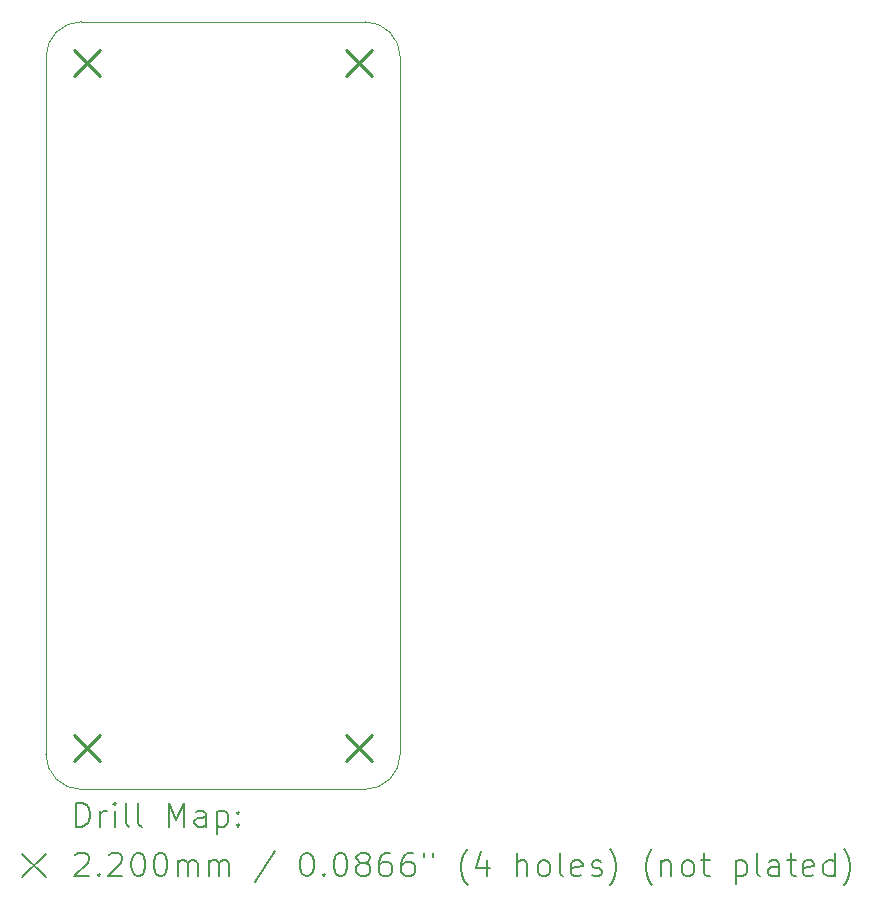
<source format=gbr>
%TF.GenerationSoftware,KiCad,Pcbnew,8.0.9*%
%TF.CreationDate,2026-01-01T18:04:26+09:00*%
%TF.ProjectId,Main,4d61696e-2e6b-4696-9361-645f70636258,rev?*%
%TF.SameCoordinates,Original*%
%TF.FileFunction,Drillmap*%
%TF.FilePolarity,Positive*%
%FSLAX45Y45*%
G04 Gerber Fmt 4.5, Leading zero omitted, Abs format (unit mm)*
G04 Created by KiCad (PCBNEW 8.0.9) date 2026-01-01 18:04:26*
%MOMM*%
%LPD*%
G01*
G04 APERTURE LIST*
%ADD10C,0.050000*%
%ADD11C,0.200000*%
%ADD12C,0.220000*%
G04 APERTURE END LIST*
D10*
X15700000Y-13000000D02*
X13300000Y-13000000D01*
X13000000Y-6800000D02*
G75*
G02*
X13300000Y-6500000I300000J0D01*
G01*
X16000000Y-12700000D02*
G75*
G02*
X15700000Y-13000000I-300000J0D01*
G01*
X15700000Y-6500000D02*
G75*
G02*
X16000000Y-6800000I0J-300000D01*
G01*
X13300000Y-13000000D02*
G75*
G02*
X13000000Y-12700000I0J300000D01*
G01*
X16000000Y-6800000D02*
X16000000Y-12700000D01*
X13000000Y-12700000D02*
X13000000Y-6800000D01*
X13300000Y-6500000D02*
X15700000Y-6500000D01*
D11*
D12*
X13240000Y-6740000D02*
X13460000Y-6960000D01*
X13460000Y-6740000D02*
X13240000Y-6960000D01*
X13240000Y-12540000D02*
X13460000Y-12760000D01*
X13460000Y-12540000D02*
X13240000Y-12760000D01*
X15540000Y-6740000D02*
X15760000Y-6960000D01*
X15760000Y-6740000D02*
X15540000Y-6960000D01*
X15540000Y-12540000D02*
X15760000Y-12760000D01*
X15760000Y-12540000D02*
X15540000Y-12760000D01*
D11*
X13258277Y-13313984D02*
X13258277Y-13113984D01*
X13258277Y-13113984D02*
X13305896Y-13113984D01*
X13305896Y-13113984D02*
X13334467Y-13123508D01*
X13334467Y-13123508D02*
X13353515Y-13142555D01*
X13353515Y-13142555D02*
X13363039Y-13161603D01*
X13363039Y-13161603D02*
X13372562Y-13199698D01*
X13372562Y-13199698D02*
X13372562Y-13228269D01*
X13372562Y-13228269D02*
X13363039Y-13266365D01*
X13363039Y-13266365D02*
X13353515Y-13285412D01*
X13353515Y-13285412D02*
X13334467Y-13304460D01*
X13334467Y-13304460D02*
X13305896Y-13313984D01*
X13305896Y-13313984D02*
X13258277Y-13313984D01*
X13458277Y-13313984D02*
X13458277Y-13180650D01*
X13458277Y-13218746D02*
X13467801Y-13199698D01*
X13467801Y-13199698D02*
X13477324Y-13190174D01*
X13477324Y-13190174D02*
X13496372Y-13180650D01*
X13496372Y-13180650D02*
X13515420Y-13180650D01*
X13582086Y-13313984D02*
X13582086Y-13180650D01*
X13582086Y-13113984D02*
X13572562Y-13123508D01*
X13572562Y-13123508D02*
X13582086Y-13133031D01*
X13582086Y-13133031D02*
X13591610Y-13123508D01*
X13591610Y-13123508D02*
X13582086Y-13113984D01*
X13582086Y-13113984D02*
X13582086Y-13133031D01*
X13705896Y-13313984D02*
X13686848Y-13304460D01*
X13686848Y-13304460D02*
X13677324Y-13285412D01*
X13677324Y-13285412D02*
X13677324Y-13113984D01*
X13810658Y-13313984D02*
X13791610Y-13304460D01*
X13791610Y-13304460D02*
X13782086Y-13285412D01*
X13782086Y-13285412D02*
X13782086Y-13113984D01*
X14039229Y-13313984D02*
X14039229Y-13113984D01*
X14039229Y-13113984D02*
X14105896Y-13256841D01*
X14105896Y-13256841D02*
X14172562Y-13113984D01*
X14172562Y-13113984D02*
X14172562Y-13313984D01*
X14353515Y-13313984D02*
X14353515Y-13209222D01*
X14353515Y-13209222D02*
X14343991Y-13190174D01*
X14343991Y-13190174D02*
X14324943Y-13180650D01*
X14324943Y-13180650D02*
X14286848Y-13180650D01*
X14286848Y-13180650D02*
X14267801Y-13190174D01*
X14353515Y-13304460D02*
X14334467Y-13313984D01*
X14334467Y-13313984D02*
X14286848Y-13313984D01*
X14286848Y-13313984D02*
X14267801Y-13304460D01*
X14267801Y-13304460D02*
X14258277Y-13285412D01*
X14258277Y-13285412D02*
X14258277Y-13266365D01*
X14258277Y-13266365D02*
X14267801Y-13247317D01*
X14267801Y-13247317D02*
X14286848Y-13237793D01*
X14286848Y-13237793D02*
X14334467Y-13237793D01*
X14334467Y-13237793D02*
X14353515Y-13228269D01*
X14448753Y-13180650D02*
X14448753Y-13380650D01*
X14448753Y-13190174D02*
X14467801Y-13180650D01*
X14467801Y-13180650D02*
X14505896Y-13180650D01*
X14505896Y-13180650D02*
X14524943Y-13190174D01*
X14524943Y-13190174D02*
X14534467Y-13199698D01*
X14534467Y-13199698D02*
X14543991Y-13218746D01*
X14543991Y-13218746D02*
X14543991Y-13275888D01*
X14543991Y-13275888D02*
X14534467Y-13294936D01*
X14534467Y-13294936D02*
X14524943Y-13304460D01*
X14524943Y-13304460D02*
X14505896Y-13313984D01*
X14505896Y-13313984D02*
X14467801Y-13313984D01*
X14467801Y-13313984D02*
X14448753Y-13304460D01*
X14629705Y-13294936D02*
X14639229Y-13304460D01*
X14639229Y-13304460D02*
X14629705Y-13313984D01*
X14629705Y-13313984D02*
X14620182Y-13304460D01*
X14620182Y-13304460D02*
X14629705Y-13294936D01*
X14629705Y-13294936D02*
X14629705Y-13313984D01*
X14629705Y-13190174D02*
X14639229Y-13199698D01*
X14639229Y-13199698D02*
X14629705Y-13209222D01*
X14629705Y-13209222D02*
X14620182Y-13199698D01*
X14620182Y-13199698D02*
X14629705Y-13190174D01*
X14629705Y-13190174D02*
X14629705Y-13209222D01*
X12797500Y-13542500D02*
X12997500Y-13742500D01*
X12997500Y-13542500D02*
X12797500Y-13742500D01*
X13248753Y-13553031D02*
X13258277Y-13543508D01*
X13258277Y-13543508D02*
X13277324Y-13533984D01*
X13277324Y-13533984D02*
X13324943Y-13533984D01*
X13324943Y-13533984D02*
X13343991Y-13543508D01*
X13343991Y-13543508D02*
X13353515Y-13553031D01*
X13353515Y-13553031D02*
X13363039Y-13572079D01*
X13363039Y-13572079D02*
X13363039Y-13591127D01*
X13363039Y-13591127D02*
X13353515Y-13619698D01*
X13353515Y-13619698D02*
X13239229Y-13733984D01*
X13239229Y-13733984D02*
X13363039Y-13733984D01*
X13448753Y-13714936D02*
X13458277Y-13724460D01*
X13458277Y-13724460D02*
X13448753Y-13733984D01*
X13448753Y-13733984D02*
X13439229Y-13724460D01*
X13439229Y-13724460D02*
X13448753Y-13714936D01*
X13448753Y-13714936D02*
X13448753Y-13733984D01*
X13534467Y-13553031D02*
X13543991Y-13543508D01*
X13543991Y-13543508D02*
X13563039Y-13533984D01*
X13563039Y-13533984D02*
X13610658Y-13533984D01*
X13610658Y-13533984D02*
X13629705Y-13543508D01*
X13629705Y-13543508D02*
X13639229Y-13553031D01*
X13639229Y-13553031D02*
X13648753Y-13572079D01*
X13648753Y-13572079D02*
X13648753Y-13591127D01*
X13648753Y-13591127D02*
X13639229Y-13619698D01*
X13639229Y-13619698D02*
X13524943Y-13733984D01*
X13524943Y-13733984D02*
X13648753Y-13733984D01*
X13772562Y-13533984D02*
X13791610Y-13533984D01*
X13791610Y-13533984D02*
X13810658Y-13543508D01*
X13810658Y-13543508D02*
X13820182Y-13553031D01*
X13820182Y-13553031D02*
X13829705Y-13572079D01*
X13829705Y-13572079D02*
X13839229Y-13610174D01*
X13839229Y-13610174D02*
X13839229Y-13657793D01*
X13839229Y-13657793D02*
X13829705Y-13695888D01*
X13829705Y-13695888D02*
X13820182Y-13714936D01*
X13820182Y-13714936D02*
X13810658Y-13724460D01*
X13810658Y-13724460D02*
X13791610Y-13733984D01*
X13791610Y-13733984D02*
X13772562Y-13733984D01*
X13772562Y-13733984D02*
X13753515Y-13724460D01*
X13753515Y-13724460D02*
X13743991Y-13714936D01*
X13743991Y-13714936D02*
X13734467Y-13695888D01*
X13734467Y-13695888D02*
X13724943Y-13657793D01*
X13724943Y-13657793D02*
X13724943Y-13610174D01*
X13724943Y-13610174D02*
X13734467Y-13572079D01*
X13734467Y-13572079D02*
X13743991Y-13553031D01*
X13743991Y-13553031D02*
X13753515Y-13543508D01*
X13753515Y-13543508D02*
X13772562Y-13533984D01*
X13963039Y-13533984D02*
X13982086Y-13533984D01*
X13982086Y-13533984D02*
X14001134Y-13543508D01*
X14001134Y-13543508D02*
X14010658Y-13553031D01*
X14010658Y-13553031D02*
X14020182Y-13572079D01*
X14020182Y-13572079D02*
X14029705Y-13610174D01*
X14029705Y-13610174D02*
X14029705Y-13657793D01*
X14029705Y-13657793D02*
X14020182Y-13695888D01*
X14020182Y-13695888D02*
X14010658Y-13714936D01*
X14010658Y-13714936D02*
X14001134Y-13724460D01*
X14001134Y-13724460D02*
X13982086Y-13733984D01*
X13982086Y-13733984D02*
X13963039Y-13733984D01*
X13963039Y-13733984D02*
X13943991Y-13724460D01*
X13943991Y-13724460D02*
X13934467Y-13714936D01*
X13934467Y-13714936D02*
X13924943Y-13695888D01*
X13924943Y-13695888D02*
X13915420Y-13657793D01*
X13915420Y-13657793D02*
X13915420Y-13610174D01*
X13915420Y-13610174D02*
X13924943Y-13572079D01*
X13924943Y-13572079D02*
X13934467Y-13553031D01*
X13934467Y-13553031D02*
X13943991Y-13543508D01*
X13943991Y-13543508D02*
X13963039Y-13533984D01*
X14115420Y-13733984D02*
X14115420Y-13600650D01*
X14115420Y-13619698D02*
X14124943Y-13610174D01*
X14124943Y-13610174D02*
X14143991Y-13600650D01*
X14143991Y-13600650D02*
X14172563Y-13600650D01*
X14172563Y-13600650D02*
X14191610Y-13610174D01*
X14191610Y-13610174D02*
X14201134Y-13629222D01*
X14201134Y-13629222D02*
X14201134Y-13733984D01*
X14201134Y-13629222D02*
X14210658Y-13610174D01*
X14210658Y-13610174D02*
X14229705Y-13600650D01*
X14229705Y-13600650D02*
X14258277Y-13600650D01*
X14258277Y-13600650D02*
X14277324Y-13610174D01*
X14277324Y-13610174D02*
X14286848Y-13629222D01*
X14286848Y-13629222D02*
X14286848Y-13733984D01*
X14382086Y-13733984D02*
X14382086Y-13600650D01*
X14382086Y-13619698D02*
X14391610Y-13610174D01*
X14391610Y-13610174D02*
X14410658Y-13600650D01*
X14410658Y-13600650D02*
X14439229Y-13600650D01*
X14439229Y-13600650D02*
X14458277Y-13610174D01*
X14458277Y-13610174D02*
X14467801Y-13629222D01*
X14467801Y-13629222D02*
X14467801Y-13733984D01*
X14467801Y-13629222D02*
X14477324Y-13610174D01*
X14477324Y-13610174D02*
X14496372Y-13600650D01*
X14496372Y-13600650D02*
X14524943Y-13600650D01*
X14524943Y-13600650D02*
X14543991Y-13610174D01*
X14543991Y-13610174D02*
X14553515Y-13629222D01*
X14553515Y-13629222D02*
X14553515Y-13733984D01*
X14943991Y-13524460D02*
X14772563Y-13781603D01*
X15201134Y-13533984D02*
X15220182Y-13533984D01*
X15220182Y-13533984D02*
X15239229Y-13543508D01*
X15239229Y-13543508D02*
X15248753Y-13553031D01*
X15248753Y-13553031D02*
X15258277Y-13572079D01*
X15258277Y-13572079D02*
X15267801Y-13610174D01*
X15267801Y-13610174D02*
X15267801Y-13657793D01*
X15267801Y-13657793D02*
X15258277Y-13695888D01*
X15258277Y-13695888D02*
X15248753Y-13714936D01*
X15248753Y-13714936D02*
X15239229Y-13724460D01*
X15239229Y-13724460D02*
X15220182Y-13733984D01*
X15220182Y-13733984D02*
X15201134Y-13733984D01*
X15201134Y-13733984D02*
X15182086Y-13724460D01*
X15182086Y-13724460D02*
X15172563Y-13714936D01*
X15172563Y-13714936D02*
X15163039Y-13695888D01*
X15163039Y-13695888D02*
X15153515Y-13657793D01*
X15153515Y-13657793D02*
X15153515Y-13610174D01*
X15153515Y-13610174D02*
X15163039Y-13572079D01*
X15163039Y-13572079D02*
X15172563Y-13553031D01*
X15172563Y-13553031D02*
X15182086Y-13543508D01*
X15182086Y-13543508D02*
X15201134Y-13533984D01*
X15353515Y-13714936D02*
X15363039Y-13724460D01*
X15363039Y-13724460D02*
X15353515Y-13733984D01*
X15353515Y-13733984D02*
X15343991Y-13724460D01*
X15343991Y-13724460D02*
X15353515Y-13714936D01*
X15353515Y-13714936D02*
X15353515Y-13733984D01*
X15486848Y-13533984D02*
X15505896Y-13533984D01*
X15505896Y-13533984D02*
X15524944Y-13543508D01*
X15524944Y-13543508D02*
X15534467Y-13553031D01*
X15534467Y-13553031D02*
X15543991Y-13572079D01*
X15543991Y-13572079D02*
X15553515Y-13610174D01*
X15553515Y-13610174D02*
X15553515Y-13657793D01*
X15553515Y-13657793D02*
X15543991Y-13695888D01*
X15543991Y-13695888D02*
X15534467Y-13714936D01*
X15534467Y-13714936D02*
X15524944Y-13724460D01*
X15524944Y-13724460D02*
X15505896Y-13733984D01*
X15505896Y-13733984D02*
X15486848Y-13733984D01*
X15486848Y-13733984D02*
X15467801Y-13724460D01*
X15467801Y-13724460D02*
X15458277Y-13714936D01*
X15458277Y-13714936D02*
X15448753Y-13695888D01*
X15448753Y-13695888D02*
X15439229Y-13657793D01*
X15439229Y-13657793D02*
X15439229Y-13610174D01*
X15439229Y-13610174D02*
X15448753Y-13572079D01*
X15448753Y-13572079D02*
X15458277Y-13553031D01*
X15458277Y-13553031D02*
X15467801Y-13543508D01*
X15467801Y-13543508D02*
X15486848Y-13533984D01*
X15667801Y-13619698D02*
X15648753Y-13610174D01*
X15648753Y-13610174D02*
X15639229Y-13600650D01*
X15639229Y-13600650D02*
X15629706Y-13581603D01*
X15629706Y-13581603D02*
X15629706Y-13572079D01*
X15629706Y-13572079D02*
X15639229Y-13553031D01*
X15639229Y-13553031D02*
X15648753Y-13543508D01*
X15648753Y-13543508D02*
X15667801Y-13533984D01*
X15667801Y-13533984D02*
X15705896Y-13533984D01*
X15705896Y-13533984D02*
X15724944Y-13543508D01*
X15724944Y-13543508D02*
X15734467Y-13553031D01*
X15734467Y-13553031D02*
X15743991Y-13572079D01*
X15743991Y-13572079D02*
X15743991Y-13581603D01*
X15743991Y-13581603D02*
X15734467Y-13600650D01*
X15734467Y-13600650D02*
X15724944Y-13610174D01*
X15724944Y-13610174D02*
X15705896Y-13619698D01*
X15705896Y-13619698D02*
X15667801Y-13619698D01*
X15667801Y-13619698D02*
X15648753Y-13629222D01*
X15648753Y-13629222D02*
X15639229Y-13638746D01*
X15639229Y-13638746D02*
X15629706Y-13657793D01*
X15629706Y-13657793D02*
X15629706Y-13695888D01*
X15629706Y-13695888D02*
X15639229Y-13714936D01*
X15639229Y-13714936D02*
X15648753Y-13724460D01*
X15648753Y-13724460D02*
X15667801Y-13733984D01*
X15667801Y-13733984D02*
X15705896Y-13733984D01*
X15705896Y-13733984D02*
X15724944Y-13724460D01*
X15724944Y-13724460D02*
X15734467Y-13714936D01*
X15734467Y-13714936D02*
X15743991Y-13695888D01*
X15743991Y-13695888D02*
X15743991Y-13657793D01*
X15743991Y-13657793D02*
X15734467Y-13638746D01*
X15734467Y-13638746D02*
X15724944Y-13629222D01*
X15724944Y-13629222D02*
X15705896Y-13619698D01*
X15915420Y-13533984D02*
X15877325Y-13533984D01*
X15877325Y-13533984D02*
X15858277Y-13543508D01*
X15858277Y-13543508D02*
X15848753Y-13553031D01*
X15848753Y-13553031D02*
X15829706Y-13581603D01*
X15829706Y-13581603D02*
X15820182Y-13619698D01*
X15820182Y-13619698D02*
X15820182Y-13695888D01*
X15820182Y-13695888D02*
X15829706Y-13714936D01*
X15829706Y-13714936D02*
X15839229Y-13724460D01*
X15839229Y-13724460D02*
X15858277Y-13733984D01*
X15858277Y-13733984D02*
X15896372Y-13733984D01*
X15896372Y-13733984D02*
X15915420Y-13724460D01*
X15915420Y-13724460D02*
X15924944Y-13714936D01*
X15924944Y-13714936D02*
X15934467Y-13695888D01*
X15934467Y-13695888D02*
X15934467Y-13648269D01*
X15934467Y-13648269D02*
X15924944Y-13629222D01*
X15924944Y-13629222D02*
X15915420Y-13619698D01*
X15915420Y-13619698D02*
X15896372Y-13610174D01*
X15896372Y-13610174D02*
X15858277Y-13610174D01*
X15858277Y-13610174D02*
X15839229Y-13619698D01*
X15839229Y-13619698D02*
X15829706Y-13629222D01*
X15829706Y-13629222D02*
X15820182Y-13648269D01*
X16105896Y-13533984D02*
X16067801Y-13533984D01*
X16067801Y-13533984D02*
X16048753Y-13543508D01*
X16048753Y-13543508D02*
X16039229Y-13553031D01*
X16039229Y-13553031D02*
X16020182Y-13581603D01*
X16020182Y-13581603D02*
X16010658Y-13619698D01*
X16010658Y-13619698D02*
X16010658Y-13695888D01*
X16010658Y-13695888D02*
X16020182Y-13714936D01*
X16020182Y-13714936D02*
X16029706Y-13724460D01*
X16029706Y-13724460D02*
X16048753Y-13733984D01*
X16048753Y-13733984D02*
X16086848Y-13733984D01*
X16086848Y-13733984D02*
X16105896Y-13724460D01*
X16105896Y-13724460D02*
X16115420Y-13714936D01*
X16115420Y-13714936D02*
X16124944Y-13695888D01*
X16124944Y-13695888D02*
X16124944Y-13648269D01*
X16124944Y-13648269D02*
X16115420Y-13629222D01*
X16115420Y-13629222D02*
X16105896Y-13619698D01*
X16105896Y-13619698D02*
X16086848Y-13610174D01*
X16086848Y-13610174D02*
X16048753Y-13610174D01*
X16048753Y-13610174D02*
X16029706Y-13619698D01*
X16029706Y-13619698D02*
X16020182Y-13629222D01*
X16020182Y-13629222D02*
X16010658Y-13648269D01*
X16201134Y-13533984D02*
X16201134Y-13572079D01*
X16277325Y-13533984D02*
X16277325Y-13572079D01*
X16572563Y-13810174D02*
X16563039Y-13800650D01*
X16563039Y-13800650D02*
X16543991Y-13772079D01*
X16543991Y-13772079D02*
X16534468Y-13753031D01*
X16534468Y-13753031D02*
X16524944Y-13724460D01*
X16524944Y-13724460D02*
X16515420Y-13676841D01*
X16515420Y-13676841D02*
X16515420Y-13638746D01*
X16515420Y-13638746D02*
X16524944Y-13591127D01*
X16524944Y-13591127D02*
X16534468Y-13562555D01*
X16534468Y-13562555D02*
X16543991Y-13543508D01*
X16543991Y-13543508D02*
X16563039Y-13514936D01*
X16563039Y-13514936D02*
X16572563Y-13505412D01*
X16734468Y-13600650D02*
X16734468Y-13733984D01*
X16686848Y-13524460D02*
X16639229Y-13667317D01*
X16639229Y-13667317D02*
X16763039Y-13667317D01*
X16991611Y-13733984D02*
X16991611Y-13533984D01*
X17077325Y-13733984D02*
X17077325Y-13629222D01*
X17077325Y-13629222D02*
X17067801Y-13610174D01*
X17067801Y-13610174D02*
X17048753Y-13600650D01*
X17048753Y-13600650D02*
X17020182Y-13600650D01*
X17020182Y-13600650D02*
X17001134Y-13610174D01*
X17001134Y-13610174D02*
X16991611Y-13619698D01*
X17201134Y-13733984D02*
X17182087Y-13724460D01*
X17182087Y-13724460D02*
X17172563Y-13714936D01*
X17172563Y-13714936D02*
X17163039Y-13695888D01*
X17163039Y-13695888D02*
X17163039Y-13638746D01*
X17163039Y-13638746D02*
X17172563Y-13619698D01*
X17172563Y-13619698D02*
X17182087Y-13610174D01*
X17182087Y-13610174D02*
X17201134Y-13600650D01*
X17201134Y-13600650D02*
X17229706Y-13600650D01*
X17229706Y-13600650D02*
X17248753Y-13610174D01*
X17248753Y-13610174D02*
X17258277Y-13619698D01*
X17258277Y-13619698D02*
X17267801Y-13638746D01*
X17267801Y-13638746D02*
X17267801Y-13695888D01*
X17267801Y-13695888D02*
X17258277Y-13714936D01*
X17258277Y-13714936D02*
X17248753Y-13724460D01*
X17248753Y-13724460D02*
X17229706Y-13733984D01*
X17229706Y-13733984D02*
X17201134Y-13733984D01*
X17382087Y-13733984D02*
X17363039Y-13724460D01*
X17363039Y-13724460D02*
X17353515Y-13705412D01*
X17353515Y-13705412D02*
X17353515Y-13533984D01*
X17534468Y-13724460D02*
X17515420Y-13733984D01*
X17515420Y-13733984D02*
X17477325Y-13733984D01*
X17477325Y-13733984D02*
X17458277Y-13724460D01*
X17458277Y-13724460D02*
X17448753Y-13705412D01*
X17448753Y-13705412D02*
X17448753Y-13629222D01*
X17448753Y-13629222D02*
X17458277Y-13610174D01*
X17458277Y-13610174D02*
X17477325Y-13600650D01*
X17477325Y-13600650D02*
X17515420Y-13600650D01*
X17515420Y-13600650D02*
X17534468Y-13610174D01*
X17534468Y-13610174D02*
X17543992Y-13629222D01*
X17543992Y-13629222D02*
X17543992Y-13648269D01*
X17543992Y-13648269D02*
X17448753Y-13667317D01*
X17620182Y-13724460D02*
X17639230Y-13733984D01*
X17639230Y-13733984D02*
X17677325Y-13733984D01*
X17677325Y-13733984D02*
X17696373Y-13724460D01*
X17696373Y-13724460D02*
X17705896Y-13705412D01*
X17705896Y-13705412D02*
X17705896Y-13695888D01*
X17705896Y-13695888D02*
X17696373Y-13676841D01*
X17696373Y-13676841D02*
X17677325Y-13667317D01*
X17677325Y-13667317D02*
X17648753Y-13667317D01*
X17648753Y-13667317D02*
X17629706Y-13657793D01*
X17629706Y-13657793D02*
X17620182Y-13638746D01*
X17620182Y-13638746D02*
X17620182Y-13629222D01*
X17620182Y-13629222D02*
X17629706Y-13610174D01*
X17629706Y-13610174D02*
X17648753Y-13600650D01*
X17648753Y-13600650D02*
X17677325Y-13600650D01*
X17677325Y-13600650D02*
X17696373Y-13610174D01*
X17772563Y-13810174D02*
X17782087Y-13800650D01*
X17782087Y-13800650D02*
X17801134Y-13772079D01*
X17801134Y-13772079D02*
X17810658Y-13753031D01*
X17810658Y-13753031D02*
X17820182Y-13724460D01*
X17820182Y-13724460D02*
X17829706Y-13676841D01*
X17829706Y-13676841D02*
X17829706Y-13638746D01*
X17829706Y-13638746D02*
X17820182Y-13591127D01*
X17820182Y-13591127D02*
X17810658Y-13562555D01*
X17810658Y-13562555D02*
X17801134Y-13543508D01*
X17801134Y-13543508D02*
X17782087Y-13514936D01*
X17782087Y-13514936D02*
X17772563Y-13505412D01*
X18134468Y-13810174D02*
X18124944Y-13800650D01*
X18124944Y-13800650D02*
X18105896Y-13772079D01*
X18105896Y-13772079D02*
X18096373Y-13753031D01*
X18096373Y-13753031D02*
X18086849Y-13724460D01*
X18086849Y-13724460D02*
X18077325Y-13676841D01*
X18077325Y-13676841D02*
X18077325Y-13638746D01*
X18077325Y-13638746D02*
X18086849Y-13591127D01*
X18086849Y-13591127D02*
X18096373Y-13562555D01*
X18096373Y-13562555D02*
X18105896Y-13543508D01*
X18105896Y-13543508D02*
X18124944Y-13514936D01*
X18124944Y-13514936D02*
X18134468Y-13505412D01*
X18210658Y-13600650D02*
X18210658Y-13733984D01*
X18210658Y-13619698D02*
X18220182Y-13610174D01*
X18220182Y-13610174D02*
X18239230Y-13600650D01*
X18239230Y-13600650D02*
X18267801Y-13600650D01*
X18267801Y-13600650D02*
X18286849Y-13610174D01*
X18286849Y-13610174D02*
X18296373Y-13629222D01*
X18296373Y-13629222D02*
X18296373Y-13733984D01*
X18420182Y-13733984D02*
X18401134Y-13724460D01*
X18401134Y-13724460D02*
X18391611Y-13714936D01*
X18391611Y-13714936D02*
X18382087Y-13695888D01*
X18382087Y-13695888D02*
X18382087Y-13638746D01*
X18382087Y-13638746D02*
X18391611Y-13619698D01*
X18391611Y-13619698D02*
X18401134Y-13610174D01*
X18401134Y-13610174D02*
X18420182Y-13600650D01*
X18420182Y-13600650D02*
X18448754Y-13600650D01*
X18448754Y-13600650D02*
X18467801Y-13610174D01*
X18467801Y-13610174D02*
X18477325Y-13619698D01*
X18477325Y-13619698D02*
X18486849Y-13638746D01*
X18486849Y-13638746D02*
X18486849Y-13695888D01*
X18486849Y-13695888D02*
X18477325Y-13714936D01*
X18477325Y-13714936D02*
X18467801Y-13724460D01*
X18467801Y-13724460D02*
X18448754Y-13733984D01*
X18448754Y-13733984D02*
X18420182Y-13733984D01*
X18543992Y-13600650D02*
X18620182Y-13600650D01*
X18572563Y-13533984D02*
X18572563Y-13705412D01*
X18572563Y-13705412D02*
X18582087Y-13724460D01*
X18582087Y-13724460D02*
X18601134Y-13733984D01*
X18601134Y-13733984D02*
X18620182Y-13733984D01*
X18839230Y-13600650D02*
X18839230Y-13800650D01*
X18839230Y-13610174D02*
X18858277Y-13600650D01*
X18858277Y-13600650D02*
X18896373Y-13600650D01*
X18896373Y-13600650D02*
X18915420Y-13610174D01*
X18915420Y-13610174D02*
X18924944Y-13619698D01*
X18924944Y-13619698D02*
X18934468Y-13638746D01*
X18934468Y-13638746D02*
X18934468Y-13695888D01*
X18934468Y-13695888D02*
X18924944Y-13714936D01*
X18924944Y-13714936D02*
X18915420Y-13724460D01*
X18915420Y-13724460D02*
X18896373Y-13733984D01*
X18896373Y-13733984D02*
X18858277Y-13733984D01*
X18858277Y-13733984D02*
X18839230Y-13724460D01*
X19048754Y-13733984D02*
X19029706Y-13724460D01*
X19029706Y-13724460D02*
X19020182Y-13705412D01*
X19020182Y-13705412D02*
X19020182Y-13533984D01*
X19210658Y-13733984D02*
X19210658Y-13629222D01*
X19210658Y-13629222D02*
X19201135Y-13610174D01*
X19201135Y-13610174D02*
X19182087Y-13600650D01*
X19182087Y-13600650D02*
X19143992Y-13600650D01*
X19143992Y-13600650D02*
X19124944Y-13610174D01*
X19210658Y-13724460D02*
X19191611Y-13733984D01*
X19191611Y-13733984D02*
X19143992Y-13733984D01*
X19143992Y-13733984D02*
X19124944Y-13724460D01*
X19124944Y-13724460D02*
X19115420Y-13705412D01*
X19115420Y-13705412D02*
X19115420Y-13686365D01*
X19115420Y-13686365D02*
X19124944Y-13667317D01*
X19124944Y-13667317D02*
X19143992Y-13657793D01*
X19143992Y-13657793D02*
X19191611Y-13657793D01*
X19191611Y-13657793D02*
X19210658Y-13648269D01*
X19277325Y-13600650D02*
X19353515Y-13600650D01*
X19305896Y-13533984D02*
X19305896Y-13705412D01*
X19305896Y-13705412D02*
X19315420Y-13724460D01*
X19315420Y-13724460D02*
X19334468Y-13733984D01*
X19334468Y-13733984D02*
X19353515Y-13733984D01*
X19496373Y-13724460D02*
X19477325Y-13733984D01*
X19477325Y-13733984D02*
X19439230Y-13733984D01*
X19439230Y-13733984D02*
X19420182Y-13724460D01*
X19420182Y-13724460D02*
X19410658Y-13705412D01*
X19410658Y-13705412D02*
X19410658Y-13629222D01*
X19410658Y-13629222D02*
X19420182Y-13610174D01*
X19420182Y-13610174D02*
X19439230Y-13600650D01*
X19439230Y-13600650D02*
X19477325Y-13600650D01*
X19477325Y-13600650D02*
X19496373Y-13610174D01*
X19496373Y-13610174D02*
X19505896Y-13629222D01*
X19505896Y-13629222D02*
X19505896Y-13648269D01*
X19505896Y-13648269D02*
X19410658Y-13667317D01*
X19677325Y-13733984D02*
X19677325Y-13533984D01*
X19677325Y-13724460D02*
X19658277Y-13733984D01*
X19658277Y-13733984D02*
X19620182Y-13733984D01*
X19620182Y-13733984D02*
X19601135Y-13724460D01*
X19601135Y-13724460D02*
X19591611Y-13714936D01*
X19591611Y-13714936D02*
X19582087Y-13695888D01*
X19582087Y-13695888D02*
X19582087Y-13638746D01*
X19582087Y-13638746D02*
X19591611Y-13619698D01*
X19591611Y-13619698D02*
X19601135Y-13610174D01*
X19601135Y-13610174D02*
X19620182Y-13600650D01*
X19620182Y-13600650D02*
X19658277Y-13600650D01*
X19658277Y-13600650D02*
X19677325Y-13610174D01*
X19753516Y-13810174D02*
X19763039Y-13800650D01*
X19763039Y-13800650D02*
X19782087Y-13772079D01*
X19782087Y-13772079D02*
X19791611Y-13753031D01*
X19791611Y-13753031D02*
X19801135Y-13724460D01*
X19801135Y-13724460D02*
X19810658Y-13676841D01*
X19810658Y-13676841D02*
X19810658Y-13638746D01*
X19810658Y-13638746D02*
X19801135Y-13591127D01*
X19801135Y-13591127D02*
X19791611Y-13562555D01*
X19791611Y-13562555D02*
X19782087Y-13543508D01*
X19782087Y-13543508D02*
X19763039Y-13514936D01*
X19763039Y-13514936D02*
X19753516Y-13505412D01*
M02*

</source>
